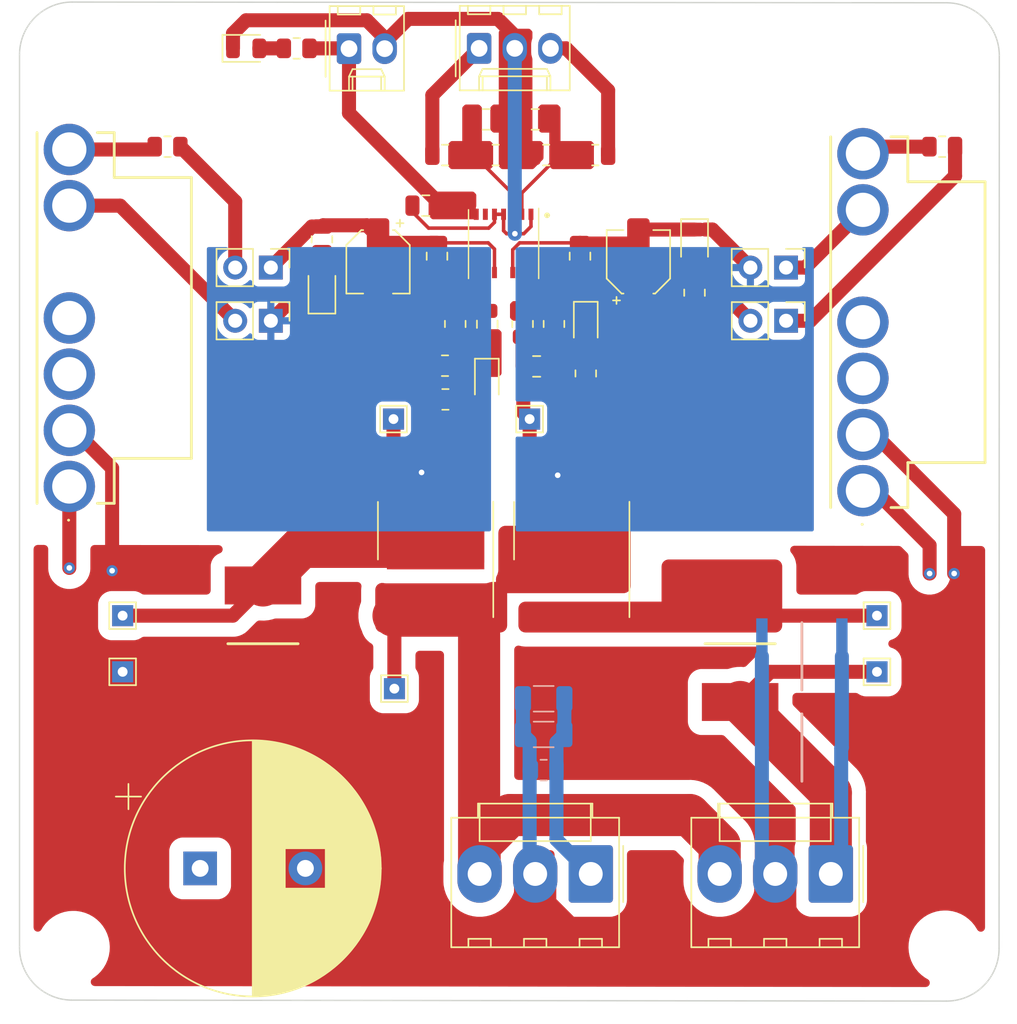
<source format=kicad_pcb>
(kicad_pcb (version 20211014) (generator pcbnew)
  (layers (0 "F.Cu" mixed) (1 "In1.Cu" power "Mid.1") (2 "In2.Cu" power "Mid.2") (31 "B.Cu" mixed) (34 "B.Paste" user) (35 "F.Paste" user) (36 "B.SilkS" user "B.Silkscreen") (37 "F.SilkS" user "F.Silkscreen") (38 "B.Mask" user) (39 "F.Mask" user) (44 "Edge.Cuts" user))
  (net 0 "")
  (net 1 "GND")
  (net 2 "+3.3V")
  (net 3 "VCCA")
  (net 4 "VCCB")
  (net 5 "GND1")
  (net 6 "LED1")
  (net 7 "Net-(C5-Pad1)")
  (net 8 "Net-(C5-Pad2)")
  (net 9 "GND2")
  (net 10 "OUTA")
  (net 11 "GND3")
  (net 12 "Net-(D1-Pad2)")
  (net 13 "Net-(D2-Pad2)")
  (net 14 "Net-(D5-Pad2)")
  (net 15 "Net-(D6-Pad2)")
  (net 16 "Net-(D7-Pad2)")
  (net 17 "Net-(FB3-Pad1)")
  (net 18 "Net-(Q2-Pad8)")
  (net 19 "Net-(J2-Pad1)")
  (net 20 "Net-(J2-Pad3)")
  (net 21 "Net-(FB4-Pad1)")
  (net 22 "HVDC+")
  (net 23 "PWM1")
  (net 24 "PWM2")
  (net 25 "OUTB")
  (net 26 "gnd-1")
  (net 27 "LED2")
  (net 28 "gnd-2")
  (net 29 "Net-(C4-Pad2)")
  (net 30 "Net-(J1-Pad3)")
  (net 36 "Net-(Q1-Pad1)")
  (net 37 "Net-(Q2-Pad5)")
  (footprint "LED_SMD:LED_0805_2012Metric" (layer "F.Cu") (at 117.8 51.6)
    (fp_text reference "D5" hide)
    (fp_text value "LED")
    (pad "1" smd roundrect (at -0.9375 0) (size 0.975 1.4) (layers "F.Cu" "F.Paste" "F.Mask") (net 1 "GND"))
    (pad "2" smd roundrect (at 0.9375 0) (size 0.975 1.4) (layers "F.Cu" "F.Paste" "F.Mask") (net 14 "Net-(D5-Pad2)"))
  )
  (footprint "Connector_Molex:Molex_KK-254_AE-6410-03A_1x03_P2.54mm_Vertical" (layer "F.Cu") (at 134.4 51.6)
    (fp_text reference "J2" hide)
    (fp_text value "PWM")
    (pad "1" thru_hole roundrect (at 0 0) (size 1.74 2.19) (drill 1.19) (layers *.Cu *.Mask) (roundrect_rratio 0.143678) (net 19 "Net-(J2-Pad1)"))
    (pad "2" thru_hole oval (at 2.54 0) (size 1.74 2.19) (drill 1.19) (layers *.Cu *.Mask) (net 1 "GND"))
    (pad "3" thru_hole oval (at 5.08 0) (size 1.74 2.19) (drill 1.19) (layers *.Cu *.Mask) (net 20 "Net-(J2-Pad3)"))
  )
  (footprint "MountingHole:MountingHole_3.2mm_M3" (layer "F.Cu") (at 167.530036 52.07)
    (fp_text reference "H3" hide)
    (fp_text value "MountingHole")
    (pad "" np_thru_hole circle (at 0 0) (size 3.2 3.2) (drill 3.2) (layers *.Cu *.Mask))
  )
  (footprint "Resistor_SMD:R_0805_2012Metric" (layer "F.Cu") (at 139.177656 59.2 180)
    (fp_text reference "R16" hide)
    (fp_text value "10k")
    (pad "1" smd roundrect (at -0.9125 0 180) (size 1.025 1.4) (layers "F.Cu" "F.Paste" "F.Mask") (roundrect_rratio 0.243902) (net 23 "PWM1"))
    (pad "2" smd roundrect (at 0.9125 0 180) (size 1.025 1.4) (layers "F.Cu" "F.Paste" "F.Mask") (roundrect_rratio 0.243902) (net 1 "GND"))
  )
  (footprint "Connector_PinHeader_2.54mm:PinHeader_1x02_P2.54mm_Vertical" (layer "F.Cu") (at 119.56 67.21 -90)
    (fp_text reference "J6" hide)
    (fp_text value "5V")
    (pad "1" thru_hole rect (at 0 0 270) (size 1.7 1.7) (drill 1) (layers *.Cu *.Mask) (net 27 "LED2"))
    (pad "2" thru_hole oval (at 0 2.54 270) (size 1.7 1.7) (drill 1) (layers *.Cu *.Mask) (net 4 "VCCB"))
  )
  (footprint "Capacitor_THT:CP_Radial_D18.0mm_P7.50mm" (layer "F.Cu") (at 114.52222 110)
    (fp_text reference "C10" hide)
    (fp_text value "100uF/450V")
    (pad "1" thru_hole rect (at 0 0) (size 2.4 2.4) (drill 1.2) (layers *.Cu *.Mask) (net 22 "HVDC+"))
    (pad "2" thru_hole circle (at 7.5 0) (size 2.4 2.4) (drill 1.2) (layers *.Cu *.Mask) (net 11 "GND3"))
  )
  (footprint "Resistor_SMD:R_0805_2012Metric" (layer "F.Cu") (at 123.2 65.2 90)
    (fp_text reference "R12" hide)
    (fp_text value "4.7k")
    (pad "1" smd roundrect (at -0.9125 0 90) (size 1.025 1.4) (layers "F.Cu" "F.Paste" "F.Mask") (roundrect_rratio 0.243902) (net 16 "Net-(D7-Pad2)"))
    (pad "2" smd roundrect (at 0.9125 0 90) (size 1.025 1.4) (layers "F.Cu" "F.Paste" "F.Mask") (roundrect_rratio 0.243902) (net 27 "LED2"))
  )
  (footprint "Capacitor_SMD:CP_Elec_4x5.8" (layer "F.Cu") (at 127.2 66.8 -90)
    (fp_text reference "C16" hide)
    (fp_text value "10uF/35V")
    (pad "1" smd roundrect (at -1.8 0 270) (size 2.6 1.6) (layers "F.Cu" "F.Paste" "F.Mask") (roundrect_rratio 0.15625) (net 27 "LED2"))
    (pad "2" smd roundrect (at 1.8 0 270) (size 2.6 1.6) (layers "F.Cu" "F.Paste" "F.Mask") (roundrect_rratio 0.15625) (net 28 "gnd-2"))
  )
  (footprint "2EDF7275KXUMA1:2EDF7275KXUMA1" (layer "F.Cu") (at 136.145 65.49 180)
    (fp_text reference "IC1" hide)
    (fp_text value "2EDF7275KXUMA1" hide)
    (pad "1" smd rect (at -1.95 2.075 180) (size 0.35 0.8) (layers "F.Cu" "F.Paste" "F.Mask") (net 1 "GND"))
    (pad "2" smd rect (at -1.3 2.075 180) (size 0.35 0.8) (layers "F.Cu" "F.Paste" "F.Mask") (net 23 "PWM1"))
    (pad "3" smd rect (at -0.65 2.075 180) (size 0.35 0.8) (layers "F.Cu" "F.Paste" "F.Mask") (net 24 "PWM2"))
    (pad "4" smd rect (at 0 2.075 180) (size 0.35 0.8) (layers "F.Cu" "F.Paste" "F.Mask") (net 1 "GND"))
    (pad "5" smd rect (at 0.65 2.075 180) (size 0.35 0.8) (layers "F.Cu" "F.Paste" "F.Mask") (net 1 "GND"))
    (pad "6" smd rect (at 1.3 2.075 180) (size 0.35 0.8) (layers "F.Cu" "F.Paste" "F.Mask"))
    (pad "7" smd rect (at 1.95 2.075 180) (size 0.35 0.8) (layers "F.Cu" "F.Paste" "F.Mask") (net 2 "+3.3V"))
    (pad "8" smd rect (at 1.95 -2.075 180) (size 0.35 0.8) (layers "F.Cu" "F.Paste" "F.Mask") (net 28 "gnd-2"))
    (pad "9" smd rect (at 1.3 -2.075 180) (size 0.35 0.8) (layers "F.Cu" "F.Paste" "F.Mask") (net 25 "OUTB"))
    (pad "10" smd rect (at 0.65 -2.075 180) (size 0.35 0.8) (layers "F.Cu" "F.Paste" "F.Mask") (net 27 "LED2"))
    (pad "11" smd rect (at -0.65 -2.075 180) (size 0.35 0.8) (layers "F.Cu" "F.Paste" "F.Mask") (net 26 "gnd-1"))
    (pad "12" smd rect (at -1.3 -2.075 180) (size 0.35 0.8) (layers "F.Cu" "F.Paste" "F.Mask") (net 10 "OUTA"))
    (pad "13" smd rect (at -1.95 -2.075 180) (size 0.35 0.8) (layers "F.Cu" "F.Paste" "F.Mask") (net 6 "LED1"))
  )
  (footprint "Capacitor_SMD:C_0805_2012Metric" (layer "F.Cu") (at 130.6 62.8)
    (fp_text reference "C1" hide)
    (fp_text value "100nF")
    (pad "1" smd roundrect (at -0.95 0) (size 1 1.45) (layers "F.Cu" "F.Paste" "F.Mask") (net 1 "GND"))
    (pad "2" smd roundrect (at 0.95 0) (size 1 1.45) (layers "F.Cu" "F.Paste" "F.Mask") (net 2 "+3.3V"))
  )
  (footprint "Resistor_SMD:R_0805_2012Metric" (layer "F.Cu") (at 131.98 59.2)
    (fp_text reference "R13" hide)
    (fp_text value "100")
    (pad "1" smd roundrect (at -0.9125 0) (size 1.025 1.4) (layers "F.Cu" "F.Paste" "F.Mask") (roundrect_rratio 0.243902) (net 19 "Net-(J2-Pad1)"))
    (pad "2" smd roundrect (at 0.9125 0) (size 1.025 1.4) (layers "F.Cu" "F.Paste" "F.Mask") (roundrect_rratio 0.243902) (net 24 "PWM2"))
  )
  (footprint "Resistor_SMD:R_0805_2012Metric" (layer "F.Cu") (at 132.7 71.227064 -90)
    (fp_text reference "R1" hide)
    (fp_text value "470")
    (pad "1" smd roundrect (at -0.9125 0 270) (size 1.025 1.4) (layers "F.Cu" "F.Paste" "F.Mask") (roundrect_rratio 0.243902) (net 25 "OUTB"))
    (pad "2" smd roundrect (at 0.9125 0 270) (size 1.025 1.4) (layers "F.Cu" "F.Paste" "F.Mask") (roundrect_rratio 0.243902) (net 18 "Net-(Q2-Pad8)"))
  )
  (footprint "Resistor_SMD:R_0805_2012Metric" (layer "F.Cu") (at 137.5 71.227064 -90)
    (fp_text reference "R3" hide)
    (fp_text value "470")
    (pad "1" smd roundrect (at -0.9125 0 270) (size 1.025 1.4) (layers "F.Cu" "F.Paste" "F.Mask") (roundrect_rratio 0.243902) (net 10 "OUTA"))
    (pad "2" smd roundrect (at 0.9125 0 270) (size 1.025 1.4) (layers "F.Cu" "F.Paste" "F.Mask") (roundrect_rratio 0.243902) (net 8 "Net-(C5-Pad2)"))
  )
  (footprint "LED_SMD:LED_0805_2012Metric" (layer "F.Cu") (at 149.75 65.44 -90)
    (fp_text reference "D6" hide)
    (fp_text value "LED")
    (pad "1" smd roundrect (at -0.9375 0 270) (size 0.975 1.4) (layers "F.Cu" "F.Paste" "F.Mask") (net 26 "gnd-1"))
    (pad "2" smd roundrect (at 0.9375 0 270) (size 0.975 1.4) (layers "F.Cu" "F.Paste" "F.Mask") (net 15 "Net-(D6-Pad2)"))
  )
  (footprint "TestPoint:TestPoint_THTPad_1.5x1.5mm_Drill0.7mm" (layer "F.Cu") (at 128.3625 97.2)
    (fp_text reference "TP4" hide)
    (fp_text value "TestPoint_Alt")
    (pad "1" thru_hole rect (at 0 0) (size 1.5 1.5) (drill 0.7) (layers *.Cu *.Mask) (net 30 "Net-(J1-Pad3)"))
  )
  (footprint "Resistor_SMD:R_0805_2012Metric" (layer "F.Cu") (at 121.4 51.6)
    (fp_text reference "R10" hide)
    (fp_text value "4.7k")
    (pad "1" smd roundrect (at -0.9125 0) (size 1.025 1.4) (layers "F.Cu" "F.Paste" "F.Mask") (roundrect_rratio 0.243902) (net 14 "Net-(D5-Pad2)"))
    (pad "2" smd roundrect (at 0.9125 0) (size 1.025 1.4) (layers "F.Cu" "F.Paste" "F.Mask") (roundrect_rratio 0.243902) (net 2 "+3.3V"))
  )
  (footprint "TestPoint:TestPoint_THTPad_1.5x1.5mm_Drill0.7mm" (layer "F.Cu") (at 162.75 96)
    (fp_text reference "TP6" hide)
    (fp_text value "TestPoint_Alt")
    (pad "1" thru_hole rect (at 0 0) (size 1.5 1.5) (drill 0.7) (layers *.Cu *.Mask) (net 22 "HVDC+"))
  )
  (footprint "Package_SON:Infineon_PG-LSON-8-1" (layer "F.Cu") (at 141 88 90)
    (fp_text reference "Q1" hide)
    (fp_text value "IGLD60R190D1")
    (pad "1" smd rect (at -4 -3 90) (size 1 1) (layers "F.Cu" "F.Paste" "F.Mask") (net 36 "Net-(Q1-Pad1)"))
    (pad "2" smd rect (at -4 -1 90) (size 1 1) (layers "F.Cu" "F.Paste" "F.Mask") (net 36 "Net-(Q1-Pad1)"))
    (pad "3" smd rect (at -4 1 90) (size 1 1) (layers "F.Cu" "F.Paste" "F.Mask") (net 36 "Net-(Q1-Pad1)"))
    (pad "4" smd rect (at -4 3 90) (size 1 1) (layers "F.Cu" "F.Paste" "F.Mask") (net 36 "Net-(Q1-Pad1)"))
    (pad "5" smd rect (at 4 3 90) (size 1 1) (layers "F.Cu" "F.Paste" "F.Mask") (net 30 "Net-(J1-Pad3)"))
    (pad "6" smd rect (at 4 1 90) (size 1 1) (layers "F.Cu" "F.Paste" "F.Mask") (net 30 "Net-(J1-Pad3)"))
    (pad "7" smd rect (at 4 -1 90) (size 1 1) (layers "F.Cu" "F.Paste" "F.Mask") (net 26 "gnd-1"))
    (pad "8" smd rect (at 4 -3 90) (size 1 1) (layers "F.Cu" "F.Paste" "F.Mask") (net 8 "Net-(C5-Pad2)"))
    (pad "9" smd rect (at 0.9 0 90) (size 3.2 6.94) (layers "F.Cu" "F.Mask") (net 30 "Net-(J1-Pad3)"))
  )
  (footprint "Resistor_SMD:R_0805_2012Metric" (layer "F.Cu") (at 139.735 71.227064 -90)
    (fp_text reference "R2" hide)
    (fp_text value "10")
    (pad "1" smd roundrect (at -0.9125 0 270) (size 1.025 1.4) (layers "F.Cu" "F.Paste" "F.Mask") (roundrect_rratio 0.243902) (net 10 "OUTA"))
    (pad "2" smd roundrect (at 0.9125 0 270) (size 1.025 1.4) (layers "F.Cu" "F.Paste" "F.Mask") (roundrect_rratio 0.243902) (net 7 "Net-(C5-Pad1)"))
  )
  (footprint "Connector_Molex:Molex_KK-254_AE-6410-02A_1x02_P2.54mm_Vertical" (layer "F.Cu") (at 125.13 51.62)
    (fp_text reference "J4" hide)
    (fp_text value "3.3V")
    (pad "1" thru_hole roundrect (at 0 0) (size 1.74 2.19) (drill 1.19) (layers *.Cu *.Mask) (roundrect_rratio 0.143678) (net 2 "+3.3V"))
    (pad "2" thru_hole oval (at 2.54 0) (size 1.74 2.19) (drill 1.19) (layers *.Cu *.Mask) (net 1 "GND"))
  )
  (footprint "Connector_PinHeader_2.54mm:PinHeader_1x02_P2.54mm_Vertical" (layer "F.Cu") (at 119.56 71 -90)
    (fp_text reference "J7" hide)
    (fp_text value "GND2")
    (pad "1" thru_hole rect (at 0 0 270) (size 1.7 1.7) (drill 1) (layers *.Cu *.Mask) (net 28 "gnd-2"))
    (pad "2" thru_hole oval (at 0 2.54 270) (size 1.7 1.7) (drill 1) (layers *.Cu *.Mask) (net 9 "GND2"))
  )
  (footprint "Resistor_SMD:R_0805_2012Metric" (layer "F.Cu") (at 142 74.75 -90)
    (fp_text reference "R5" hide)
    (fp_text value "5.1")
    (pad "1" smd roundrect (at -0.9125 0 270) (size 1.025 1.4) (layers "F.Cu" "F.Paste" "F.Mask") (roundrect_rratio 0.243902) (net 12 "Net-(D1-Pad2)"))
    (pad "2" smd roundrect (at 0.9125 0 270) (size 1.025 1.4) (layers "F.Cu" "F.Paste" "F.Mask") (roundrect_rratio 0.243902) (net 7 "Net-(C5-Pad1)"))
  )
  (footprint "Capacitor_SMD:C_0805_2012Metric" (layer "F.Cu") (at 138.4 56.66)
    (fp_text reference "C14" hide)
    (fp_text value "100nF")
    (pad "1" smd roundrect (at -0.95 0) (size 1 1.45) (layers "F.Cu" "F.Paste" "F.Mask") (net 1 "GND"))
    (pad "2" smd roundrect (at 0.95 0) (size 1 1.45) (layers "F.Cu" "F.Paste" "F.Mask") (net 23 "PWM1"))
  )
  (footprint "Resistor_SMD:R_0805_2012Metric" (layer "F.Cu") (at 167.4 58.6)
    (fp_text reference "FB4" hide)
    (fp_text value "fb")
    (pad "1" smd roundrect (at -0.9125 0) (size 1.025 1.4) (layers "F.Cu" "F.Paste" "F.Mask") (roundrect_rratio 0.243902) (net 21 "Net-(FB4-Pad1)"))
    (pad "2" smd roundrect (at 0.9125 0) (size 1.025 1.4) (layers "F.Cu" "F.Paste" "F.Mask") (roundrect_rratio 0.243902) (net 3 "VCCA"))
  )
  (footprint "Resistor_SMD:R_0805_2012Metric" (layer "F.Cu") (at 131.97 74.2 180)
    (fp_text reference "R4" hide)
    (fp_text value "10")
    (pad "1" smd roundrect (at -0.9125 0 180) (size 1.025 1.4) (layers "F.Cu" "F.Paste" "F.Mask") (roundrect_rratio 0.243902) (net 29 "Net-(C4-Pad2)"))
    (pad "2" smd roundrect (at 0.9125 0 180) (size 1.025 1.4) (layers "F.Cu" "F.Paste" "F.Mask") (roundrect_rratio 0.243902) (net 18 "Net-(Q2-Pad8)"))
  )
  (footprint "TestPoint:TestPoint_THTPad_1.5x1.5mm_Drill0.7mm" (layer "F.Cu") (at 109 96)
    (fp_text reference "TP7" hide)
    (fp_text value "TestPoint_Alt")
    (pad "1" thru_hole rect (at 0 0) (size 1.5 1.5) (drill 0.7) (layers *.Cu *.Mask) (net 11 "GND3"))
  )
  (footprint "Resistor_SMD:R_0805_2012Metric" (layer "F.Cu") (at 149.75 69 -90)
    (fp_text reference "R11" hide)
    (fp_text value "4.7k")
    (pad "1" smd roundrect (at -0.9125 0 270) (size 1.025 1.4) (layers "F.Cu" "F.Paste" "F.Mask") (roundrect_rratio 0.243902) (net 15 "Net-(D6-Pad2)"))
    (pad "2" smd roundrect (at 0.9125 0 270) (size 1.025 1.4) (layers "F.Cu" "F.Paste" "F.Mask") (roundrect_rratio 0.243902) (net 6 "LED1"))
  )
  (footprint "Capacitor_SMD:C_0805_2012Metric" (layer "F.Cu") (at 134.91 56.66 180)
    (fp_text reference "C13" hide)
    (fp_text value "100nF")
    (pad "1" smd roundrect (at -0.95 0 180) (size 1 1.45) (layers "F.Cu" "F.Paste" "F.Mask") (net 1 "GND"))
    (pad "2" smd roundrect (at 0.95 0 180) (size 1 1.45) (layers "F.Cu" "F.Paste" "F.Mask") (net 24 "PWM2"))
  )
  (footprint "Connector_PinHeader_2.54mm:PinHeader_1x02_P2.54mm_Vertical" (layer "F.Cu") (at 156.275 71 -90)
    (fp_text reference "J5" hide)
    (fp_text value "5V")
    (pad "1" thru_hole rect (at 0 0 270) (size 1.7 1.7) (drill 1) (layers *.Cu *.Mask) (net 3 "VCCA"))
    (pad "2" thru_hole oval (at 0 2.54 270) (size 1.7 1.7) (drill 1) (layers *.Cu *.Mask) (net 6 "LED1"))
  )
  (footprint "Capacitor_SMD:C_0805_2012Metric" (layer "F.Cu") (at 138.5 74.25 180)
    (fp_text reference "C5" hide)
    (fp_text value "2.2nF")
    (pad "1" smd roundrect (at -0.95 0 180) (size 1 1.45) (layers "F.Cu" "F.Paste" "F.Mask") (net 7 "Net-(C5-Pad1)"))
    (pad "2" smd roundrect (at 0.95 0 180) (size 1 1.45) (layers "F.Cu" "F.Paste" "F.Mask") (net 8 "Net-(C5-Pad2)"))
  )
  (footprint "footprint:RESC10052X50N" (layer "F.Cu") (at 119 94 -90)
    (fp_text reference "R9" hide)
    (fp_text value "WSLP3921L1000FEA" hide)
    (pad "1" smd rect (at -4.15 0 270) (size 2.7 5.45) (layers "F.Cu" "F.Paste" "F.Mask") (net 37 "Net-(Q2-Pad5)"))
    (pad "2" smd rect (at 4.15 0 270) (size 2.7 5.45) (layers "F.Cu" "F.Paste" "F.Mask") (net 11 "GND3"))
  )
  (footprint "MountingHole:MountingHole_3.2mm_M3" (layer "F.Cu") (at 105.41 52.07)
    (fp_text reference "H4" hide)
    (fp_text value "MountingHole")
    (pad "" np_thru_hole circle (at 0 0) (size 3.2 3.2) (drill 3.2) (layers *.Cu *.Mask))
  )
  (footprint "Package_SON:Infineon_PG-LSON-8-1" (layer "F.Cu") (at 131.3 88 90)
    (fp_text reference "Q2" hide)
    (fp_text value "IGLD60R190D1")
    (pad "1" smd rect (at -4 -3 90) (size 1 1) (layers "F.Cu" "F.Paste" "F.Mask") (net 30 "Net-(J1-Pad3)"))
    (pad "2" smd rect (at -4 -1 90) (size 1 1) (layers "F.Cu" "F.Paste" "F.Mask") (net 30 "Net-(J1-Pad3)"))
    (pad "3" smd rect (at -4 1 90) (size 1 1) (layers "F.Cu" "F.Paste" "F.Mask") (net 30 "Net-(J1-Pad3)"))
    (pad "4" smd rect (at -4 3 90) (size 1 1) (layers "F.Cu" "F.Paste" "F.Mask") (net 30 "Net-(J1-Pad3)"))
    (pad "5" smd rect (at 4 3 90) (size 1 1) (layers "F.Cu" "F.Paste" "F.Mask") (net 37 "Net-(Q2-Pad5)"))
    (pad "6" smd rect (at 4 1 90) (size 1 1) (layers "F.Cu" "F.Paste" "F.Mask") (net 37 "Net-(Q2-Pad5)"))
    (pad "7" smd rect (at 4 -1 90) (size 1 1) (layers "F.Cu" "F.Paste" "F.Mask") (net 28 "gnd-2"))
    (pad "8" smd rect (at 4 -3 90) (size 1 1) (layers "F.Cu" "F.Paste" "F.Mask") (net 18 "Net-(Q2-Pad8)"))
    (pad "9" smd rect (at 0.9 0 90) (size 3.2 6.94) (layers "F.Cu" "F.Mask") (net 37 "Net-(Q2-Pad5)"))
  )
  (footprint "Diode_SMD:D_SOD-323" (layer "F.Cu") (at 134.95 75.2 -90)
    (fp_text reference "D2" hide)
    (fp_text value "BAT165")
    (pad "1" smd rect (at -1.05 0 270) (size 0.6 0.45) (layers "F.Cu" "F.Paste" "F.Mask") (net 29 "Net-(C4-Pad2)"))
    (pad "2" smd rect (at 1.05 0 270) (size 0.6 0.45) (layers "F.Cu" "F.Paste" "F.Mask") (net 13 "Net-(D2-Pad2)"))
  )
  (footprint "Capacitor_SMD:C_0805_2012Metric" (layer "F.Cu") (at 134.98 71.247064 -90)
    (fp_text reference "C4" hide)
    (fp_text value "2.2nF")
    (pad "1" smd roundrect (at -0.95 0 270) (size 1 1.45) (layers "F.Cu" "F.Paste" "F.Mask") (net 25 "OUTB"))
    (pad "2" smd roundrect (at 0.95 0 270) (size 1 1.45) (layers "F.Cu" "F.Paste" "F.Mask") (net 29 "Net-(C4-Pad2)"))
  )
  (footprint "Connector_Molex:Molex_KK-396_A-41791-0003_1x03_P3.96mm_Vertical" (layer "F.Cu") (at 142.356 110.395 180)
    (fp_text reference "J3" hide)
    (fp_text value "HVDC2")
    (pad "1" thru_hole roundrect (at 0 0 180) (size 3.16 4.1) (drill 1.7) (layers *.Cu *.Mask) (roundrect_rratio 0.079114) (net 22 "HVDC+"))
    (pad "2" thru_hole oval (at 3.96 0 180) (size 3.16 4.1) (drill 1.7) (layers *.Cu *.Mask) (net 11 "GND3"))
    (pad "3" thru_hole oval (at 7.92 0 180) (size 3.16 4.1) (drill 1.7) (layers *.Cu *.Mask) (net 30 "Net-(J1-Pad3)"))
  )
  (footprint "Resistor_SMD:R_0805_2012Metric" (layer "F.Cu") (at 142.68 59.2 180)
    (fp_text reference "R14" hide)
    (fp_text value "100")
    (pad "1" smd roundrect (at -0.9125 0 180) (size 1.025 1.4) (layers "F.Cu" "F.Paste" "F.Mask") (roundrect_rratio 0.243902) (net 20 "Net-(J2-Pad3)"))
    (pad "2" smd roundrect (at 0.9125 0 180) (size 1.025 1.4) (layers "F.Cu" "F.Paste" "F.Mask") (roundrect_rratio 0.243902) (net 23 "PWM1"))
  )
  (footprint "TestPoint:TestPoint_THTPad_1.5x1.5mm_Drill0.7mm" (layer "F.Cu") (at 128.3 78)
    (fp_text reference "TP2" hide)
    (fp_text value "TestPoint_Alt")
    (pad "1" thru_hole rect (at 0 0) (size 1.5 1.5) (drill 0.7) (layers *.Cu *.Mask) (net 18 "Net-(Q2-Pad8)"))
  )
  (footprint "TestPoint:TestPoint_THTPad_1.5x1.5mm_Drill0.7mm" (layer "F.Cu") (at 109 92)
    (fp_text reference "TP5" hide)
    (fp_text value "TestPoint_Alt")
    (pad "1" thru_hole rect (at 0 0) (size 1.5 1.5) (drill 0.7) (layers *.Cu *.Mask) (net 37 "Net-(Q2-Pad5)"))
  )
  (footprint "LED_SMD:LED_0805_2012Metric" (layer "F.Cu") (at 123.2 68.8 90)
    (fp_text reference "D7" hide)
    (fp_text value "LED")
    (pad "1" smd roundrect (at -0.9375 0 90) (size 0.975 1.4) (layers "F.Cu" "F.Paste" "F.Mask") (net 28 "gnd-2"))
    (pad "2" smd roundrect (at 0.9375 0 90) (size 0.975 1.4) (layers "F.Cu" "F.Paste" "F.Mask") (net 16 "Net-(D7-Pad2)"))
  )
  (footprint "Resistor_SMD:R_0805_2012Metric" (layer "F.Cu") (at 135.578828 59.2)
    (fp_text reference "R15" hide)
    (fp_text value "10k")
    (pad "1" smd roundrect (at -0.9125 0) (size 1.025 1.4) (layers "F.Cu" "F.Paste" "F.Mask") (roundrect_rratio 0.243902) (net 24 "PWM2"))
    (pad "2" smd roundrect (at 0.9125 0) (size 1.025 1.4) (layers "F.Cu" "F.Paste" "F.Mask") (roundrect_rratio 0.243902) (net 1 "GND"))
  )
  (footprint "TestPoint:TestPoint_THTPad_1.5x1.5mm_Drill0.7mm" (layer "F.Cu") (at 138 78)
    (fp_text reference "TP1" hide)
    (fp_text value "TestPoint_Alt")
    (pad "1" thru_hole rect (at 0 0) (size 1.5 1.5) (drill 0.7) (layers *.Cu *.Mask) (net 8 "Net-(C5-Pad2)"))
  )
  (footprint "footprint:RESC10052X50N" (layer "F.Cu") (at 153 94 -90)
    (fp_text reference "R7" hide)
    (fp_text value "WSLP3921L1000FEA" hide)
    (pad "1" smd rect (at -4.15 0 270) (size 2.7 5.45) (layers "F.Cu" "F.Paste" "F.Mask") (net 36 "Net-(Q1-Pad1)"))
    (pad "2" smd rect (at 4.15 0 270) (size 2.7 5.45) (layers "F.Cu" "F.Paste" "F.Mask") (net 22 "HVDC+"))
  )
  (footprint "Diode_SMD:D_SOD-323" (layer "F.Cu") (at 142 71.147064 -90)
    (fp_text reference "D1" hide)
    (fp_text value "BAT165")
    (pad "1" smd rect (at -1.05 0 270) (size 0.6 0.45) (layers "F.Cu" "F.Paste" "F.Mask") (net 10 "OUTA"))
    (pad "2" smd rect (at 1.05 0 270) (size 0.6 0.45) (layers "F.Cu" "F.Paste" "F.Mask") (net 12 "Net-(D1-Pad2)"))
  )
  (footprint "Connector_Molex:Molex_KK-396_A-41791-0003_1x03_P3.96mm_Vertical" (layer "F.Cu") (at 159.46 110.395 180)
    (fp_text reference "J1" hide)
    (fp_text value "HVDC1")
    (pad "1" thru_hole roundrect (at 0 0 180) (size 3.16 4.1) (drill 1.7) (layers *.Cu *.Mask) (roundrect_rratio 0.079114) (net 22 "HVDC+"))
    (pad "2" thru_hole oval (at 3.96 0 180) (size 3.16 4.1) (drill 1.7) (layers *.Cu *.Mask) (net 11 "GND3"))
    (pad "3" thru_hole oval (at 7.92 0 180) (size 3.16 4.1) (drill 1.7) (layers *.Cu *.Mask) (net 30 "Net-(J1-Pad3)"))
  )
  (footprint "MountingHole:MountingHole_3.2mm_M3" (layer "F.Cu") (at 167.6 115.6)
    (fp_text reference "H1" hide)
    (fp_text value "MountingHole")
    (pad "" np_thru_hole circle (at 0 0) (size 3.2 3.2) (drill 3.2) (layers *.Cu *.Mask))
  )
  (footprint "Capacitor_SMD:C_0805_2012Metric" (layer "F.Cu") (at 131.4 66.4 90)
    (fp_text reference "C3" hide)
    (fp_text value "1uF")
    (pad "1" smd roundrect (at -0.95 0 90) (size 1 1.45) (layers "F.Cu" "F.Paste" "F.Mask") (net 28 "gnd-2"))
    (pad "2" smd roundrect (at 0.95 0 90) (size 1 1.45) (layers "F.Cu" "F.Paste" "F.Mask") (net 27 "LED2"))
  )
  (footprint "Connector_PinHeader_2.54mm:PinHeader_1x02_P2.54mm_Vertical" (layer "F.Cu") (at 156.27 67.21 -90)
    (fp_text reference "J8" hide)
    (fp_text value "GND1")
    (pad "1" thru_hole rect (at 0 0 270) (size 1.7 1.7) (drill 1) (layers *.Cu *.Mask) (net 5 "GND1"))
    (pad "2" thru_hole oval (at 0 2.54 270) (size 1.7 1.7) (drill 1) (layers *.Cu *.Mask) (net 26 "gnd-1"))
  )
  (footprint "footprint&lib:LS0513B05R3" (layer "F.Cu") (at 105.2 82.8 90)
    (fp_text reference "PS2" hide)
    (fp_text value "LS05-13B05R3" hide)
    (pad "1" thru_hole circle locked (at 0 0 90) (size 3.66 3.66) (drill 2.44) (layers *.Cu *.Mask) (net 22 "HVDC+"))
    (pad "2" thru_hole circle locked (at 4 0 90) (size 3.66 3.66) (drill 2.44) (layers *.Cu *.Mask) (net 11 "GND3"))
    (pad "3" thru_hole circle locked (at 8 0 90) (size 3.66 3.66) (drill 2.44) (layers *.Cu *.Mask))
    (pad "4" thru_hole circle locked (at 12 0 90) (size 3.66 3.66) (drill 2.44) (layers *.Cu *.Mask))
    (pad "5" thru_hole circle locked (at 20 0 90) (size 3.66 3.66) (drill 2.44) (layers *.Cu *.Mask) (net 9 "GND2"))
    (pad "6" thru_hole circle locked (at 24 0 90) (size 3.66 3.66) (drill 2.44) (layers *.Cu *.Mask) (net 17 "Net-(FB3-Pad1)"))
  )
  (footprint "footprint&lib:LS0513B05R3" (layer "F.Cu") (at 161.75 83.1 90)
    (fp_text reference "PS1" hide)
    (fp_text value "LS05-13B05R3" hide)
    (pad "1" thru_hole circle locked (at 0 0 90) (size 3.66 3.66) (drill 2.44) (layers *.Cu *.Mask) (net 22 "HVDC+"))
    (pad "2" thru_hole circle locked (at 4 0 90) (size 3.66 3.66) (drill 2.44) (layers *.Cu *.Mask) (net 11 "GND3"))
    (pad "3" thru_hole circle locked (at 8 0 90) (size 3.66 3.66) (drill 2.44) (layers *.Cu *.Mask))
    (pad "4" thru_hole circle locked (at 12 0 90) (size 3.66 3.66) (drill 2.44) (layers *.Cu *.Mask))
    (pad "5" thru_hole circle locked (at 20 0 90) (size 3.66 3.66) (drill 2.44) (layers *.Cu *.Mask) (net 5 "GND1"))
    (pad "6" thru_hole circle locked (at 24 0 90) (size 3.66 3.66) (drill 2.44) (layers *.Cu *.Mask) (net 21 "Net-(FB4-Pad1)"))
  )
  (footprint "TestPoint:TestPoint_THTPad_1.5x1.5mm_Drill0.7mm" (layer "F.Cu") (at 162.75 92)
    (fp_text reference "TP3" hide)
    (fp_text value "TestPoint_Alt")
    (pad "1" thru_hole rect (at 0 0) (size 1.5 1.5) (drill 0.7) (layers *.Cu *.Mask) (net 36 "Net-(Q1-Pad1)"))
  )
  (footprint "Resistor_SMD:R_0805_2012Metric" (layer "F.Cu") (at 112.2 58.6)
    (fp_text reference "FB3" hide)
    (fp_text value "fb")
    (pad "1" smd roundrect (at -0.9125 0) (size 1.025 1.4) (layers "F.Cu" "F.Paste" "F.Mask") (roundrect_rratio 0.243902) (net 17 "Net-(FB3-Pad1)"))
    (pad "2" smd roundrect (at 0.9125 0) (size 1.025 1.4) (layers "F.Cu" "F.Paste" "F.Mask") (roundrect_rratio 0.243902) (net 4 "VCCB"))
  )
  (footprint "Capacitor_SMD:C_0805_2012Metric" (layer "F.Cu") (at 141.59 66.4 -90)
    (fp_text reference "C2" hide)
    (fp_text value "1uF")
    (pad "1" smd roundrect (at -0.95 0 270) (size 1 1.45) (layers "F.Cu" "F.Paste" "F.Mask") (net 26 "gnd-1"))
    (pad "2" smd roundrect (at 0.95 0 270) (size 1 1.45) (layers "F.Cu" "F.Paste" "F.Mask") (net 6 "LED1"))
  )
  (footprint "Capacitor_SMD:CP_Elec_4x5.8" (layer "F.Cu") (at 145.75 66.8 90)
    (fp_text reference "C15" hide)
    (fp_text value "10uF/35V")
    (pad "1" smd roundrect (at -1.8 0 90) (size 2.6 1.6) (layers "F.Cu" "F.Paste" "F.Mask") (roundrect_rratio 0.15625) (net 6 "LED1"))
    (pad "2" smd roundrect (at 1.8 0 90) (size 2.6 1.6) (layers "F.Cu" "F.Paste" "F.Mask") (roundrect_rratio 0.15625) (net 26 "gnd-1"))
  )
  (footprint "MountingHole:MountingHole_3.2mm_M3" (layer "F.Cu") (at 105.479964 115.628314)
    (fp_text reference "H2" hide)
    (fp_text value "MountingHole")
    (pad "" np_thru_hole circle (at 0 0) (size 3.2 3.2) (drill 3.2) (layers *.Cu *.Mask))
  )
  (footprint "Resistor_SMD:R_0805_2012Metric" (layer "F.Cu") (at 132 76.6 180)
    (fp_text reference "R6" hide)
    (fp_text value "5.1")
    (pad "1" smd roundrect (at -0.9125 0 180) (size 1.025 1.4) (layers "F.Cu" "F.Paste" "F.Mask") (roundrect_rratio 0.243902) (net 13 "Net-(D2-Pad2)"))
    (pad "2" smd roundrect (at 0.9125 0 180) (size 1.025 1.4) (layers "F.Cu" "F.Paste" "F.Mask") (roundrect_rratio 0.243902) (net 18 "Net-(Q2-Pad8)"))
  )
  (footprint "Resistor_SMD:R_0805_2012Metric" (layer "B.Cu") (at 139 103 180)
    (fp_text reference "R8" hide)
    (fp_text value "500k")
    (pad "1" smd roundrect (at -0.9125 0 180) (size 1.025 1.4) (layers "B.Cu" "B.Paste" "B.Mask") (roundrect_rratio 0.243902) (net 22 "HVDC+"))
    (pad "2" smd roundrect (at 0.9125 0 180) (size 1.025 1.4) (layers "B.Cu" "B.Paste" "B.Mask") (roundrect_rratio 0.243902) (net 11 "GND3"))
  )
  (footprint "CGA9P4X7T2W105K250KA:CAPC5750X280N" (layer "B.Cu") (at 157.4 94.895 180)
    (fp_text reference "C9" hide)
    (fp_text value "1uF/450V" hide)
    (pad "1" smd rect (at -2.85 0 180) (size 0.81 5.41) (layers "B.Cu" "B.Paste" "B.Mask") (net 22 "HVDC+"))
    (pad "2" smd rect (at 2.85 0 180) (size 0.81 5.41) (layers "B.Cu" "B.Paste" "B.Mask") (net 11 "GND3"))
  )
  (footprint "CGA9P4X7T2W105K250KA:CAPC5750X280N" (layer "B.Cu") (at 157.4 101.395 180)
    (fp_text reference "C8" hide)
    (fp_text value "1uF/450V" hide)
    (pad "1" smd rect (at -2.85 0 180) (size 0.81 5.41) (layers "B.Cu" "B.Paste" "B.Mask") (net 22 "HVDC+"))
    (pad "2" smd rect (at 2.85 0 180) (size 0.81 5.41) (layers "B.Cu" "B.Paste" "B.Mask") (net 11 "GND3"))
  )
  (footprint "Capacitor_SMD:C_1206_3216Metric" (layer "B.Cu") (at 139 97.92 180)
    (fp_text reference "C7" hide)
    (fp_text value "100nF/630V")
    (pad "1" smd roundrect (at -1.475 0 180) (size 1.15 1.8) (layers "B.Cu" "B.Paste" "B.Mask") (roundrect_rratio 0.217391) (net 22 "HVDC+"))
    (pad "2" smd roundrect (at 1.475 0 180) (size 1.15 1.8) (layers "B.Cu" "B.Paste" "B.Mask") (roundrect_rratio 0.217391) (net 11 "GND3"))
  )
  (footprint "Capacitor_SMD:C_1206_3216Metric" (layer "B.Cu") (at 139 100.46 180)
    (fp_text reference "C6" hide)
    (fp_text value "100nF/630V")
    (pad "1" smd roundrect (at -1.475 0 180) (size 1.15 1.8) (layers "B.Cu" "B.Paste" "B.Mask") (roundrect_rratio 0.217391) (net 22 "HVDC+"))
    (pad "2" smd roundrect (at 1.475 0 180) (size 1.15 1.8) (layers "B.Cu" "B.Paste" "B.Mask") (roundrect_rratio 0.217391) (net 11 "GND3"))
  )
  (gr_arc (start 171.45 115.7) (mid 170.351621 118.351621) (end 167.7 119.45) (layer "Edge.Cuts") (width 0.1))
  (gr_arc (start 101.65165 52.05165) (mid 102.75 49.4) (end 105.40165 48.30165) (layer "Edge.Cuts") (width 0.1))
  (gr_line (start 105.35 119.38) (end 167.7 119.45) (layer "Edge.Cuts") (width 0.1))
  (gr_arc (start 167.699986 48.353286) (mid 170.351941 49.445051) (end 171.466629 52.087454) (layer "Edge.Cuts") (width 0.1))
  (gr_line (start 171.45 115.7) (end 171.466629 52.087454) (layer "Edge.Cuts") (width 0.1))
  (gr_line (start 167.699986 48.353286) (end 105.40165 48.30165) (layer "Edge.Cuts") (width 0.1))
  (gr_line (start 101.65165 115.57) (end 101.65165 52.05165) (layer "Edge.Cuts") (width 0.1))
  (gr_arc (start 105.35 119.38) (mid 102.712883 118.239852) (end 101.65165 115.57) (layer "Edge.Cuts") (width 0.1))
  (segment (start 135.495 63.415) (end 135.785 63.415) (width 0.25) (layer "F.Cu") (net 1))
  (segment (start 136.94 51.6) (end 136.94 50.7) (width 1) (layer "F.Cu") (net 1))
  (segment (start 129.34 49.5) (end 127.67 51.17) (width 1) (layer "F.Cu") (net 1))
  (segment (start 135.495 63.99) (end 135.085 64.4) (width 0.25) (layer "F.Cu") (net 1))
  (segment (start 135.495 63.415) (end 135.495 63.99) (width 0.25) (layer "F.Cu") (net 1))
  (segment (start 137.58 64.8) (end 138.095 64.285) (width 0.25) (layer "F.Cu") (net 1))
  (segment (start 135.74 49.5) (end 129.34 49.5) (width 1) (layer "F.Cu") (net 1))
  (segment (start 129.65 63.25) (end 129.65 62.8) (width 0.25) (layer "F.Cu") (net 1))
  (segment (start 136.145 64.585) (end 136.145 63.415) (width 0.25) (layer "F.Cu") (net 1))
  (segment (start 126.4 49.6) (end 117.8 49.6) (width 1) (layer "F.Cu") (net 1))
  (segment (start 138.095 64.285) (end 138.095 63.415) (width 0.25) (layer "F.Cu") (net 1))
  (segment (start 136.95 64.8) (end 137.58 64.8) (width 0.25) (layer "F.Cu") (net 1))
  (segment (start 130.8 64.4) (end 129.65 63.25) (width 0.25) (layer "F.Cu") (net 1))
  (segment (start 135.785 63.415) (end 136.145 63.415) (width 0.25) (layer "F.Cu") (net 1))
  (segment (start 117.8 49.6) (end 116.8625 50.5375) (width 1) (layer "F.Cu") (net 1))
  (segment (start 127.67 50.87) (end 126.4 49.6) (width 1) (layer "F.Cu") (net 1))
  (segment (start 127.67 51.17) (end 127.67 51.62) (width 1) (layer "F.Cu") (net 1))
  (segment (start 136.36 64.8) (end 136.145 64.585) (width 0.25) (layer "F.Cu") (net 1))
  (segment (start 127.67 51.62) (end 127.67 50.87) (width 1) (layer "F.Cu") (net 1))
  (segment (start 116.8625 50.5375) (end 116.8625 51.6) (width 1) (layer "F.Cu") (net 1))
  (segment (start 136.94 50.7) (end 135.74 49.5) (width 1) (layer "F.Cu") (net 1))
  (segment (start 135.085 64.4) (end 130.8 64.4) (width 0.25) (layer "F.Cu") (net 1))
  (segment (start 136.95 64.8) (end 136.36 64.8) (width 0.25) (layer "F.Cu") (net 1))
  (via (at 136.95 64.8) (size 0.8) (drill 0.4) (layers "F.Cu" "B.Cu") (net 1))
  (segment (start 136.94 64.79) (end 136.94 51.6) (width 1) (layer "B.Cu") (net 1))
  (segment (start 136.95 64.8) (end 136.94 64.79) (width 1) (layer "B.Cu") (net 1))
  (segment (start 125.11 51.6) (end 125.13 51.62) (width 1) (layer "F.Cu") (net 2))
  (segment (start 125.13 56.211497) (end 131.55 62.631497) (width 1) (layer "F.Cu") (net 2))
  (segment (start 125.13 51.62) (end 125.13 56.211497) (width 1) (layer "F.Cu") (net 2))
  (segment (start 122.3125 51.6) (end 125.11 51.6) (width 1) (layer "F.Cu") (net 2))
  (segment (start 131.55 62.631497) (end 131.55 62.8) (width 1) (layer "F.Cu") (net 2))
  (segment (start 168.3125 60.6875) (end 158 71) (width 1) (layer "F.Cu") (net 3))
  (segment (start 158 71) (end 156.275 71) (width 1) (layer "F.Cu") (net 3))
  (segment (start 168.3125 58.6) (end 168.3125 60.6875) (width 1) (layer "F.Cu") (net 3))
  (segment (start 117.02 62.5075) (end 117.02 67.21) (width 1) (layer "F.Cu") (net 4))
  (segment (start 113.1125 58.6) (end 117.02 62.5075) (width 1) (layer "F.Cu") (net 4))
  (segment (start 156.27 67.21) (end 157.64 67.21) (width 1) (layer "F.Cu") (net 5))
  (segment (start 157.64 67.21) (end 161.75 63.1) (width 1) (layer "F.Cu") (net 5))
  (segment (start 138.095 67.565) (end 141.375 67.565) (width 0.25) (layer "F.Cu") (net 6))
  (segment (start 145.75 68.5) (end 144.6 67.35) (width 1) (layer "F.Cu") (net 6))
  (segment (start 144.6 67.35) (end 141.59 67.35) (width 1) (layer "F.Cu") (net 6))
  (segment (start 149.75 69.9125) (end 152.6475 69.9125) (width 1) (layer "F.Cu") (net 6))
  (segment (start 152.6475 69.9125) (end 153.735 71) (width 1) (layer "F.Cu") (net 6))
  (segment (start 145.75 68.6) (end 145.75 68.5) (width 1) (layer "F.Cu") (net 6))
  (segment (start 145.75 68.6) (end 147.1025 69.9525) (width 1) (layer "F.Cu") (net 6))
  (segment (start 141.375 67.565) (end 141.59 67.35) (width 0.25) (layer "F.Cu") (net 6))
  (segment (start 147.1025 69.9525) (end 149 69.9525) (width 1) (layer "F.Cu") (net 6))
  (segment (start 142 75.6625) (end 140.2625 75.6625) (width 1) (layer "F.Cu") (net 7))
  (segment (start 139.4 74.2) (end 139.45 74.25) (width 1) (layer "F.Cu") (net 7))
  (segment (start 139.4 72.474564) (end 139.4 74.2) (width 1) (layer "F.Cu") (net 7))
  (segment (start 139.735 72.139564) (end 139.4 72.474564) (width 1) (layer "F.Cu") (net 7))
  (segment (start 140.2625 75.6625) (end 139.45 74.85) (width 1) (layer "F.Cu") (net 7))
  (segment (start 139.45 74.85) (end 139.45 74.25) (width 1) (layer "F.Cu") (net 7))
  (segment (start 137.55 74.25) (end 137.55 77.55) (width 1) (layer "F.Cu") (net 8))
  (segment (start 137.55 77.55) (end 138 78) (width 1) (layer "F.Cu") (net 8))
  (segment (start 137.5 72.139564) (end 137.5 74.2) (width 1) (layer "F.Cu") (net 8))
  (segment (start 137.5 74.2) (end 137.55 74.25) (width 1) (layer "F.Cu") (net 8))
  (segment (start 138 78) (end 138 84) (width 1) (layer "F.Cu") (net 8))
  (segment (start 105.2 62.8) (end 108.82 62.8) (width 1) (layer "F.Cu") (net 9))
  (segment (start 108.82 62.8) (end 117.02 71) (width 1) (layer "F.Cu") (net 9))
  (segment (start 137.445 67.565) (end 137.445 70.259564) (width 0.25) (layer "F.Cu") (net 10))
  (segment (start 137.445 70.259564) (end 137.5 70.314564) (width 0.25) (layer "F.Cu") (net 10))
  (segment (start 162.6 79.1) (end 161.75 79.1) (width 1) (layer "F.Cu") (net 11))
  (segment (start 168.25 89) (end 168.25 84.75) (width 1) (layer "F.Cu") (net 11))
  (segment (start 116.85 96) (end 119 98.15) (width 1) (layer "F.Cu") (net 11))
  (segment (start 127.22222 115.2) (end 136.2 115.2) (width 3) (layer "F.Cu") (net 11))
  (segment (start 119 98.15) (end 119 106.97778) (width 3) (layer "F.Cu") (net 11))
  (segment (start 109 96) (end 116.85 96) (width 1) (layer "F.Cu") (net 11))
  (segment (start 136.2 115.2) (end 138.396 113.004) (width 3) (layer "F.Cu") (net 11))
  (segment (start 138.396 110.395) (end 138.396 112.806) (width 3) (layer "F.Cu") (net 11))
  (segment (start 105.55 78.8) (end 105.2 78.8) (width 1) (layer "F.Cu") (net 11))
  (segment (start 108.25 81.5) (end 105.55 78.8) (width 1) (layer "F.Cu") (net 11))
  (segment (start 152.91 115.23) (end 155.5 112.64) (width 3) (layer "F.Cu") (net 11))
  (segment (start 168.25 84.75) (end 162.6 79.1) (width 1) (layer "F.Cu") (net 11))
  (segment (start 122.02222 110) (end 127.22222 115.2) (width 3) (layer "F.Cu") (net 11))
  (segment (start 119 106.97778) (end 122.02222 110) (width 3) (layer "F.Cu") (net 11))
  (segment (start 140.82 115.23) (end 152.91 115.23) (width 3) (layer "F.Cu") (net 11))
  (segment (start 138.396 113.004) (end 138.396 110.395) (width 3) (layer "F.Cu") (net 11))
  (segment (start 155.5 112.64) (end 155.5 110.395) (width 3) (layer "F.Cu") (net 11))
  (segment (start 138.396 112.806) (end 140.82 115.23) (width 3) (layer "F.Cu") (net 11))
  (segment (start 108.25 88.8) (end 108.25 81.5) (width 1) (layer "F.Cu") (net 11))
  (via (at 168.25 89) (size 0.8) (drill 0.4) (layers "F.Cu" "B.Cu") (net 11))
  (via (at 108.25 88.8) (size 0.8) (drill 0.4) (layers "F.Cu" "B.Cu") (net 11))
  (segment (start 138.0875 103) (end 138 102.9125) (width 1) (layer "B.Cu") (net 11))
  (segment (start 154.55 109.445) (end 155.5 110.395) (width 1) (layer "B.Cu") (net 11))
  (segment (start 138 102.9125) (end 138 100.935) (width 1) (layer "B.Cu") (net 11))
  (segment (start 154.55 101.395) (end 154.55 109.445) (width 1) (layer "B.Cu") (net 11))
  (segment (start 154.55 94.895) (end 154.55 101.395) (width 1) (layer "B.Cu") (net 11))
  (segment (start 138 100.935) (end 137.525 100.46) (width 1) (layer "B.Cu") (net 11))
  (segment (start 137.525 100.46) (end 137.525 97.92) (width 1) (layer "B.Cu") (net 11))
  (segment (start 138.396 110.395) (end 138 109.999) (width 1) (layer "B.Cu") (net 11))
  (segment (start 138 103.0875) (end 138.0875 103) (width 1) (layer "B.Cu") (net 11))
  (segment (start 138 109.999) (end 138 103.0875) (width 1) (layer "B.Cu") (net 11))
  (segment (start 142 72.197064) (end 142 73.8375) (width 1) (layer "F.Cu") (net 12))
  (segment (start 118.7375 51.6) (end 120.4875 51.6) (width 1) (layer "F.Cu") (net 14))
  (segment (start 149.75 66.3775) (end 149.75 68.0875) (width 1) (layer "F.Cu") (net 15))
  (segment (start 123.2 66.1125) (end 123.2 67.8625) (width 1) (layer "F.Cu") (net 16))
  (segment (start 111.0875 58.8) (end 111.2875 58.6) (width 1) (layer "F.Cu") (net 17))
  (segment (start 105.2 58.8) (end 111.0875 58.8) (width 1) (layer "F.Cu") (net 17))
  (segment (start 128.3 78) (end 128.3 84) (width 1) (layer "F.Cu") (net 18))
  (segment (start 134.4 51.6) (end 131.0675 54.9325) (width 1) (layer "F.Cu") (net 19))
  (segment (start 131.0675 54.9325) (end 131.0675 59.2) (width 1) (layer "F.Cu") (net 19))
  (segment (start 143.5925 54.5925) (end 143.5925 59.2) (width 1) (layer "F.Cu") (net 20))
  (segment (start 140.6 51.6) (end 143.5925 54.5925) (width 1) (layer "F.Cu") (net 20))
  (segment (start 139.48 51.6) (end 140.6 51.6) (width 1) (layer "F.Cu") (net 20))
  (segment (start 161.75 59.1) (end 162.25 58.6) (width 1) (layer "F.Cu") (net 21))
  (segment (start 162.25 58.6) (end 166.4875 58.6) (width 1) (layer "F.Cu") (net 21))
  (segment (start 162.75 96) (end 155.15 96) (width 1) (layer "F.Cu") (net 22))
  (segment (start 159.46 110.395) (end 159.46 104.61) (width 3) (layer "F.Cu") (net 22))
  (segment (start 155.15 96) (end 153 98.15) (width 1) (layer "F.Cu") (net 22))
  (segment (start 166.5 89) (end 166.5 87) (width 1) (layer "F.Cu") (net 22))
  (segment (start 162.6 83.1) (end 161.75 83.1) (width 1) (layer "F.Cu") (net 22))
  (segment (start 166.5 87) (end 162.6 83.1) (width 1) (layer "F.Cu") (net 22))
  (segment (start 105.2 88.6) (end 105.2 82.8) (width 1) (layer "F.Cu") (net 22))
  (segment (start 159.46 104.61) (end 153 98.15) (width 3) (layer "F.Cu") (net 22))
  (via (at 166.5 89) (size 0.8) (drill 0.4) (layers "F.Cu" "B.Cu") (net 22))
  (via (at 105.2 88.6) (size 0.8) (drill 0.4) (layers "F.Cu" "B.Cu") (net 22))
  (segment (start 139.9125 101.0225) (end 140.475 100.46) (width 1) (layer "B.Cu") (net 22))
  (segment (start 139.9125 103) (end 139.9125 107.9515) (width 1) (layer "B.Cu") (net 22))
  (segment (start 139.9125 103) (end 139.9125 101.0225) (width 1) (layer "B.Cu") (net 22))
  (segment (start 160.2 101.445) (end 160.25 101.395) (width 1) (layer "B.Cu") (net 22))
  (segment (start 139.9125 107.9515) (end 142.356 110.395) (width 1) (layer "B.Cu") (net 22))
  (segment (start 140.475 97.92) (end 140.475 100.46) (width 1) (layer "B.Cu") (net 22))
  (segment (start 159.46 110.395) (end 160.2 109.655) (width 1) (layer "B.Cu") (net 22))
  (segment (start 160.2 109.655) (end 160.2 101.445) (width 1) (layer "B.Cu") (net 22))
  (segment (start 160.25 101.395) (end 160.25 94.895) (width 1) (layer "B.Cu") (net 22))
  (segment (start 140.090156 59.254922) (end 137.445 61.900078) (width 0.25) (layer "F.Cu") (net 23))
  (segment (start 137.445 61.900078) (end 137.445 63.415) (width 0.25) (layer "F.Cu") (net 23))
  (segment (start 140.090156 59.2) (end 140.090156 59.254922) (width 0.25) (layer "F.Cu") (net 23))
  (segment (start 134.666328 59.2) (end 134.666328 59.833164) (width 0.25) (layer "F.Cu") (net 24))
  (segment (start 134.666328 59.833164) (end 136.795 61.961836) (width 0.25) (layer "F.Cu") (net 24))
  (segment (start 136.795 61.961836) (end 136.795 63.415) (width 0.25) (layer "F.Cu") (net 24))
  (segment (start 134.845 70.162064) (end 134.98 70.297064) (width 0.25) (layer "F.Cu") (net 25))
  (segment (start 132.7175 70.297064) (end 132.7 70.314564) (width 1) (layer "F.Cu") (net 25))
  (segment (start 134.98 70.297064) (end 132.7175 70.297064) (width 1) (layer "F.Cu") (net 25))
  (segment (start 134.845 67.565) (end 134.845 70.162064) (width 0.25) (layer "F.Cu") (net 25))
  (segment (start 153.73 67.21) (end 151.02 64.5) (width 1) (layer "F.Cu") (net 26))
  (segment (start 145.75 65) (end 145.25 65.5) (width 1) (layer "F.Cu") (net 26))
  (segment (start 136.795 65.94) (end 137.285 65.45) (width 0.25) (layer "F.Cu") (net 26))
  (segment (start 146.2475 64.5025) (end 145.75 65) (width 1) (layer "F.Cu") (net 26))
  (segment (start 137.285 65.45) (end 141.59 65.45) (width 0.25) (layer "F.Cu") (net 26))
  (segment (start 145.25 65.5) (end 141.64 65.5) (width 1) (layer "F.Cu") (net 26))
  (segment (start 141.64 65.5) (end 141.59 65.45) (width 1) (layer "F.Cu") (net 26))
  (segment (start 140 84) (end 140 82) (width 1) (layer "F.Cu") (net 26))
  (segment (start 149.75 64.5025) (end 146.2475 64.5025) (width 1) (layer "F.Cu") (net 26))
  (segment (start 151.02 64.5) (end 150.5 64.5) (width 1) (layer "F.Cu") (net 26))
  (segment (start 136.795 67.565) (end 136.795 65.94) (width 0.25) (layer "F.Cu") (net 26))
  (via (at 140 82) (size 0.8) (drill 0.4) (layers "F.Cu" "B.Cu") (net 26))
  (segment (start 123.2 64.2875) (end 122.4825 64.2875) (width 1) (layer "F.Cu") (net 27))
  (segment (start 126.4 64.2) (end 127.2 65) (width 1) (layer "F.Cu") (net 27))
  (segment (start 135.495 65.895) (end 135.495 67.565) (width 0.25) (layer "F.Cu") (net 27))
  (segment (start 135.05 65.45) (end 135.495 65.895) (width 0.25) (layer "F.Cu") (net 27))
  (segment (start 127.65 65.45) (end 127.2 65) (width 1) (layer "F.Cu") (net 27))
  (segment (start 122.4825 64.2875) (end 119.56 67.21) (width 1) (layer "F.Cu") (net 27))
  (segment (start 131.4 65.45) (end 135.05 65.45) (width 0.25) (layer "F.Cu") (net 27))
  (segment (start 123.2 64.2875) (end 123.2875 64.2) (width 1) (layer "F.Cu") (net 27))
  (segment (start 131.4 65.45) (end 127.65 65.45) (width 1) (layer "F.Cu") (net 27))
  (segment (start 123.2875 64.2) (end 126.4 64.2) (width 1) (layer "F.Cu") (net 27))
  (segment (start 126.0625 69.7375) (end 127.2 68.6) (width 1) (layer "F.Cu") (net 28))
  (segment (start 128.45 67.35) (end 127.2 68.6) (width 1) (layer "F.Cu") (net 28))
  (segment (start 120.8225 69.7375) (end 119.56 71) (width 1) (layer "F.Cu") (net 28))
  (segment (start 134.195 67.565) (end 131.615 67.565) (width 0.25) (layer "F.Cu") (net 28))
  (segment (start 123.2 69.7375) (end 126.0625 69.7375) (width 1) (layer "F.Cu") (net 28))
  (segment (start 130.3 81.8) (end 130.3 84) (width 1) (layer "F.Cu") (net 28))
  (segment (start 131.615 67.565) (end 131.4 67.35) (width 0.25) (layer "F.Cu") (net 28))
  (segment (start 123.2 69.7375) (end 120.8225 69.7375) (width 1) (layer "F.Cu") (net 28))
  (segment (start 131.4 67.35) (end 128.45 67.35) (width 1) (layer "F.Cu") (net 28))
  (via (at 130.3 81.8) (size 0.8) (drill 0.4) (layers "F.Cu" "B.Cu") (net 28))
  (segment (start 134.4 110.359) (end 134.436 110.395) (width 3) (layer "F.Cu") (net 30))
  (segment (start 128.3625 92.0625) (end 128.3 92) (width 1) (layer "F.Cu") (net 30))
  (segment (start 134.436 108.364) (end 136.6 106.2) (width 3) (layer "F.Cu") (net 30))
  (segment (start 134.3 92) (end 134.4 92.1) (width 3) (layer "F.Cu") (net 30))
  (segment (start 134.4 92.1) (end 134.4 110.359) (width 3) (layer "F.Cu") (net 30))
  (segment (start 128.3 92) (end 134.3 92) (width 3) (layer "F.Cu") (net 30))
  (segment (start 134.436 110.395) (end 134.436 108.364) (width 3) (layer "F.Cu") (net 30))
  (segment (start 128.3625 97.2) (end 128.3625 92.0625) (width 1) (layer "F.Cu") (net 30))
  (segment (start 151.54 108.34) (end 151.54 110.395) (width 3) (layer "F.Cu") (net 30))
  (segment (start 136.6 106.2) (end 149.4 106.2) (width 3) (layer "F.Cu") (net 30))
  (segment (start 149.4 106.2) (end 151.54 108.34) (width 3) (layer "F.Cu") (net 30))
  (segment (start 162.75 92) (end 155.15 92) (width 1) (layer "F.Cu") (net 36))
  (segment (start 155.15 92) (end 153 89.85) (width 1) (layer "F.Cu") (net 36))
  (segment (start 153.1 89.75) (end 153 89.85) (width 1) (layer "F.Cu") (net 36))
  (segment (start 109 92) (end 116.85 92) (width 1) (layer "F.Cu") (net 37))
  (segment (start 121.75 87.1) (end 119 89.85) (width 3) (layer "F.Cu") (net 37))
  (segment (start 116.85 92) (end 119 89.85) (width 1) (layer "F.Cu") (net 37))
  (segment (start 131.3 87.1) (end 121.75 87.1) (width 3) (layer "F.Cu") (net 37))
  (zone (net 23) (net_name "PWM1") (layer "F.Cu") (name "pwm1") (connect_pads yes (clearance 0.5)) (min_thickness 0.3) (fill yes (thermal_gap 0.3) (thermal_bridge_width 0.3) (smoothing chamfer) (radius 0.2))
    (polygon (pts (xy 140.2 58.2) (xy 142.6 58.2) (xy 142.6 60.2) (xy 139.4 60.2) (xy 139.4 57.6) (xy 138.6 57.6) (xy 138.6 55.6) (xy 140.2 55.6)))
  )
  (zone (net 30) (net_name "Net-(J1-Pad3)") (layer "F.Cu") (name "J1-P3") (priority 1) (connect_pads yes (clearance 1)) (min_thickness 1) (fill yes (thermal_gap 0.6) (thermal_bridge_width 1))
    (polygon (pts (xy 145.2 90.4) (xy 136.4 90.4) (xy 136.4 93.2) (xy 127 93.2) (xy 127 89.6) (xy 135.6 89.6) (xy 135.6 85.6) (xy 139.2 85.6) (xy 139.2 83.2) (xy 145.2 83.2)))
  )
  (zone (net 11) (net_name "GND3") (layer "F.Cu") (name "GND-3") (connect_pads yes (clearance 1)) (min_thickness 0.6) (fill yes (thermal_gap 0.6) (thermal_bridge_width 0.6))
    (polygon (pts (xy 171.43 87.04) (xy 171.44 116.12) (xy 171.31 116.79) (xy 170.81 117.81) (xy 170.36 118.33) (xy 169.78 118.85) (xy 169.05 119.2) (xy 168.03 119.46) (xy 106.06 119.39) (xy 104.69 119.33) (xy 103.44 118.82) (xy 102.37 117.89) (xy 101.85 116.84) (xy 101.65 115.58) (xy 101.63 86.96)))
  )
  (zone (net 29) (net_name "Net-(C4-Pad2)") (layer "F.Cu") (name "c4-p2") (connect_pads yes (clearance 0.5)) (min_thickness 0.3) (fill yes (thermal_gap 0.3) (thermal_bridge_width 0.3) (smoothing chamfer) (radius 0.2))
    (polygon (pts (xy 136 75) (xy 132.2 75) (xy 132.2 73.4) (xy 134 73.4) (xy 134 71.6) (xy 136 71.6)))
  )
  (zone (net 2) (net_name "+3.3V") (layer "F.Cu") (name "pwm1") (connect_pads yes (clearance 0.5)) (min_thickness 0.3) (fill yes (thermal_gap 0.3) (thermal_bridge_width 0.3) (smoothing chamfer) (radius 0.2))
    (polygon (pts (xy 134.2 64) (xy 130.8 64) (xy 130.8 61.8) (xy 134.2 61.8)))
  )
  (zone (net 10) (net_name "OUTA") (layer "F.Cu") (name "out-a") (connect_pads yes (clearance 0.5)) (min_thickness 0.3) (fill yes (thermal_gap 0.3) (thermal_bridge_width 0.3) (smoothing chamfer) (radius 0.2))
    (polygon (pts (xy 142.8 71) (xy 136.6 71) (xy 136.6 69.6) (xy 142.8 69.6)))
  )
  (zone (net 36) (net_name "Net-(Q1-Pad1)") (layer "F.Cu") (name "J1-P3") (priority 1) (connect_pads yes (clearance 1)) (min_thickness 1) (fill yes (thermal_gap 0.6) (thermal_bridge_width 1))
    (polygon (pts (xy 156 93.2) (xy 137.2 93.2) (xy 137.2 91) (xy 147.4 91) (xy 147.4 88) (xy 156 88)))
  )
  (zone (net 1) (net_name "GND") (layer "F.Cu") (name "sig_gnd") (connect_pads yes (clearance 0.5)) (min_thickness 0.3) (fill yes (thermal_gap 0.3) (thermal_bridge_width 0.3) (smoothing chamfer) (radius 0.2))
    (polygon (pts (xy 138.2 55.6) (xy 138.200931 58.199998) (xy 139.000948 58.198136) (xy 138.977673 60.198138) (xy 135.8 60.2) (xy 135.8 57.6) (xy 135.2 57.6) (xy 135.2 55.6) (xy 135.8 55.6) (xy 135.8 50.2) (xy 138.2 50.2)))
  )
  (zone (net 37) (net_name "Net-(Q2-Pad5)") (layer "F.Cu") (name "J10-P2") (connect_pads yes (clearance 1)) (min_thickness 1) (fill yes (thermal_gap 0.6) (thermal_bridge_width 1))
    (polygon (pts (xy 127.749998 89.001284) (xy 135.07 88.94) (xy 135.14 83.16) (xy 127.759998 83.161284)))
  )
  (zone (net 24) (net_name "PWM2") (layer "F.Cu") (name "pwm2") (connect_pads yes (clearance 0.5)) (min_thickness 0.3) (fill yes (thermal_gap 0.3) (thermal_bridge_width 0.3) (smoothing chamfer) (radius 0.2))
    (polygon (pts (xy 134.6 58.2) (xy 135.4 58.2) (xy 135.4 60.2) (xy 132.2 60.2) (xy 132.2 58.2) (xy 133.2 58.2) (xy 133.2 55.6) (xy 134.6 55.6)))
  )
  (zone (net 26) (net_name "gnd-1") (layer "B.Cu") (name "gnd-1") (connect_pads (clearance 0.5)) (min_thickness 0.254) (fill yes (thermal_gap 0.508) (thermal_bridge_width 0.508))
    (polygon (pts (xy 158.25 86) (xy 137 86) (xy 137 65.75) (xy 158.25 65.75)))
  )
  (zone (net 28) (net_name "gnd-2") (layer "B.Cu") (name "gnd-1") (connect_pads (clearance 0.5)) (min_thickness 0.254) (fill yes (thermal_gap 0.508) (thermal_bridge_width 0.508))
    (polygon (pts (xy 135.25 86) (xy 115 86) (xy 115 65.75) (xy 135.25 65.75)))
  )
)
</source>
